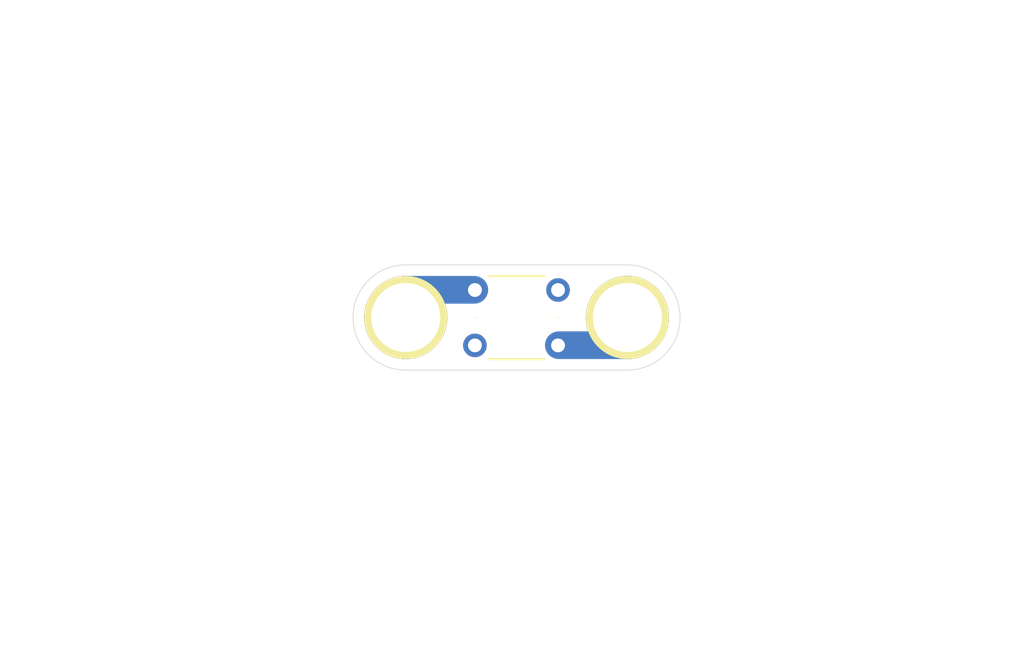
<source format=kicad_pcb>
(kicad_pcb (version 4) (host pcbnew 4.0.5-e0-6337~49~ubuntu16.04.1)

  (general
    (links 4)
    (no_connects 4)
    (area 104.572999 74.854999 178.510001 123.265001)
    (thickness 1.6)
    (drawings 17)
    (tracks 0)
    (zones 0)
    (modules 1)
    (nets 3)
  )

  (page USLetter)
  (title_block
    (title "1x3 Momentary Pushbutton Module")
    (date "18 Dec 2016")
    (rev 1.0)
    (company "All rights reserved.")
    (comment 1 help@browndoggadgets.com)
    (comment 2 http://browndoggadgets.com/)
    (comment 3 "Brown Dog Gadgets")
  )

  (layers
    (0 F.Cu signal)
    (31 B.Cu signal)
    (34 B.Paste user)
    (35 F.Paste user)
    (36 B.SilkS user)
    (37 F.SilkS user)
    (38 B.Mask user)
    (39 F.Mask user)
    (44 Edge.Cuts user)
    (46 B.CrtYd user)
    (47 F.CrtYd user)
    (48 B.Fab user)
    (49 F.Fab user)
  )

  (setup
    (last_trace_width 0.254)
    (user_trace_width 0.1524)
    (user_trace_width 0.254)
    (user_trace_width 0.3302)
    (user_trace_width 0.508)
    (user_trace_width 0.762)
    (user_trace_width 1.27)
    (trace_clearance 0.254)
    (zone_clearance 0.508)
    (zone_45_only no)
    (trace_min 0.1524)
    (segment_width 0.1524)
    (edge_width 0.1524)
    (via_size 0.6858)
    (via_drill 0.3302)
    (via_min_size 0.6858)
    (via_min_drill 0.3302)
    (user_via 0.6858 0.3302)
    (user_via 0.762 0.4064)
    (user_via 0.8636 0.508)
    (uvia_size 0.6858)
    (uvia_drill 0.3302)
    (uvias_allowed no)
    (uvia_min_size 0)
    (uvia_min_drill 0)
    (pcb_text_width 0.1524)
    (pcb_text_size 1.016 1.016)
    (mod_edge_width 0.1524)
    (mod_text_size 1.016 1.016)
    (mod_text_width 0.1524)
    (pad_size 1.524 1.524)
    (pad_drill 0.762)
    (pad_to_mask_clearance 0.0762)
    (solder_mask_min_width 0.1016)
    (pad_to_paste_clearance -0.0762)
    (aux_axis_origin 0 0)
    (visible_elements FFFEDF7D)
    (pcbplotparams
      (layerselection 0x310fc_80000001)
      (usegerberextensions true)
      (excludeedgelayer true)
      (linewidth 0.100000)
      (plotframeref false)
      (viasonmask false)
      (mode 1)
      (useauxorigin false)
      (hpglpennumber 1)
      (hpglpenspeed 20)
      (hpglpendiameter 15)
      (hpglpenoverlay 2)
      (psnegative false)
      (psa4output false)
      (plotreference true)
      (plotvalue true)
      (plotinvisibletext false)
      (padsonsilk false)
      (subtractmaskfromsilk false)
      (outputformat 1)
      (mirror false)
      (drillshape 0)
      (scaleselection 1)
      (outputdirectory gerbers))
  )

  (net 0 "")
  (net 1 /2)
  (net 2 /1)

  (net_class Default "This is the default net class."
    (clearance 0.254)
    (trace_width 0.254)
    (via_dia 0.6858)
    (via_drill 0.3302)
    (uvia_dia 0.6858)
    (uvia_drill 0.3302)
    (add_net /1)
    (add_net /2)
  )

  (module Crazy_Circuits:BUTTON-1x3-TH-OMRON-B3F-1XXX (layer F.Cu) (tedit 587F0C3B) (tstamp 585739CA)
    (at 133.86 97.79)
    (descr "BUTTON 1x3 TH OMRON B3F-1XXX")
    (tags "Omron B3F-10xx")
    (path /585732B9)
    (fp_text reference SW1 (at 8.05 0.15) (layer F.Fab)
      (effects (font (size 1 1) (thickness 0.15)))
    )
    (fp_text value SW_PUSH (at 7.55 -4.6 180) (layer F.Fab) hide
      (effects (font (size 1 1) (thickness 0.15)))
    )
    (fp_line (start 16 3.8) (end 0 3.8) (layer F.Fab) (width 0.05))
    (fp_line (start 0 -3.8) (end 16 -3.8) (layer F.Fab) (width 0.05))
    (fp_arc (start 0 0) (end 0 3.8) (angle 180) (layer F.Fab) (width 0.05))
    (fp_line (start 16 3.8) (end 0 3.8) (layer Edge.Cuts) (width 0.05))
    (fp_line (start 0 -3.8) (end 16 -3.8) (layer Edge.Cuts) (width 0.05))
    (fp_arc (start 0 0) (end 0 3.8) (angle 180) (layer Edge.Cuts) (width 0.05))
    (fp_line (start 4.95 -2) (end 0 -2) (layer B.Cu) (width 2))
    (fp_line (start 5.9934 3.0142) (end 9.9934 3.0142) (layer F.SilkS) (width 0.15))
    (fp_line (start 5.9934 -2.9858) (end 9.9934 -2.9858) (layer F.SilkS) (width 0.15))
    (fp_line (start 4.9934 0.0142) (end 4.9934 0.0142) (layer F.SilkS) (width 0))
    (fp_line (start 9.9934 3.0142) (end 5.9934 3.0142) (layer F.SilkS) (width 0))
    (fp_line (start 9.9934 -2.9858) (end 5.9934 -2.9858) (layer F.SilkS) (width 0))
    (fp_line (start 10.9934 0.0142) (end 10.9934 0.0142) (layer F.SilkS) (width 0))
    (fp_circle (center 7.9934 0.0142) (end 8.9934 1.0142) (layer F.SilkS) (width 0))
    (fp_line (start 16 2) (end 11.05 2) (layer B.Cu) (width 2))
    (fp_arc (start 16 0) (end 16 -3.8) (angle 180) (layer Edge.Cuts) (width 0.05))
    (fp_arc (start 16 0) (end 16 -3.8) (angle 180) (layer F.Fab) (width 0.05))
    (pad 2 thru_hole circle (at 10.9934 2.0142) (size 1.7 1.7) (drill 1) (layers *.Cu *.Mask)
      (net 1 /2))
    (pad 2 thru_hole circle (at 4.9934 2.0142) (size 1.7 1.7) (drill 1) (layers *.Cu *.Mask)
      (net 1 /2))
    (pad 1 thru_hole circle (at 10.9934 -1.9858) (size 1.7 1.7) (drill 1) (layers *.Cu *.Mask)
      (net 2 /1))
    (pad 1 thru_hole circle (at 4.9934 -1.9858) (size 1.7 1.7) (drill 1) (layers *.Cu *.Mask)
      (net 2 /1))
    (pad "" np_thru_hole circle (at 8 0) (size 4.88 4.88) (drill 4.98) (layers *.Cu *.Mask F.SilkS))
    (pad 1 thru_hole circle (at 0 0) (size 6 6) (drill 4.98) (layers *.Cu *.Mask F.SilkS)
      (net 2 /1) (solder_mask_margin 0.8))
    (pad 2 thru_hole circle (at 16 0) (size 6 6) (drill 4.98) (layers *.Cu *.Mask F.SilkS)
      (net 1 /2) (solder_mask_margin 0.8))
  )

  (gr_circle (center 117.348 76.962) (end 118.618 76.962) (layer Dwgs.User) (width 0.15))
  (gr_line (start 114.427 78.994) (end 114.427 74.93) (angle 90) (layer Dwgs.User) (width 0.15))
  (gr_line (start 120.269 78.994) (end 114.427 78.994) (angle 90) (layer Dwgs.User) (width 0.15))
  (gr_line (start 120.269 74.93) (end 120.269 78.994) (angle 90) (layer Dwgs.User) (width 0.15))
  (gr_line (start 114.427 74.93) (end 120.269 74.93) (angle 90) (layer Dwgs.User) (width 0.15))
  (gr_line (start 120.523 93.98) (end 104.648 93.98) (angle 90) (layer Dwgs.User) (width 0.15))
  (gr_line (start 173.355 102.235) (end 173.355 94.615) (angle 90) (layer Dwgs.User) (width 0.15))
  (gr_line (start 178.435 102.235) (end 173.355 102.235) (angle 90) (layer Dwgs.User) (width 0.15))
  (gr_line (start 178.435 94.615) (end 178.435 102.235) (angle 90) (layer Dwgs.User) (width 0.15))
  (gr_line (start 173.355 94.615) (end 178.435 94.615) (angle 90) (layer Dwgs.User) (width 0.15))
  (gr_line (start 109.093 123.19) (end 109.093 114.3) (angle 90) (layer Dwgs.User) (width 0.15))
  (gr_line (start 122.428 123.19) (end 109.093 123.19) (angle 90) (layer Dwgs.User) (width 0.15))
  (gr_line (start 122.428 114.3) (end 122.428 123.19) (angle 90) (layer Dwgs.User) (width 0.15))
  (gr_line (start 109.093 114.3) (end 122.428 114.3) (angle 90) (layer Dwgs.User) (width 0.15))
  (gr_line (start 104.648 93.98) (end 104.648 82.55) (angle 90) (layer Dwgs.User) (width 0.15))
  (gr_line (start 120.523 82.55) (end 120.523 93.98) (angle 90) (layer Dwgs.User) (width 0.15))
  (gr_line (start 104.648 82.55) (end 120.523 82.55) (angle 90) (layer Dwgs.User) (width 0.15))

)

</source>
